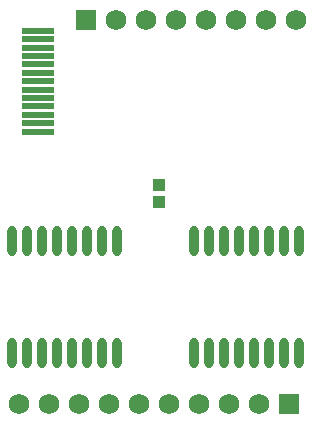
<source format=gts>
G04*
G04 #@! TF.GenerationSoftware,Altium Limited,Altium Designer,20.2.6 (244)*
G04*
G04 Layer_Color=8388736*
%FSLAX25Y25*%
%MOIN*%
G70*
G04*
G04 #@! TF.SameCoordinates,AC53DD8C-A68E-409E-BB1C-E70DDFC25F91*
G04*
G04*
G04 #@! TF.FilePolarity,Negative*
G04*
G01*
G75*
%ADD16R,0.10800X0.02400*%
%ADD17O,0.03060X0.10251*%
%ADD18R,0.04343X0.03950*%
%ADD19C,0.06800*%
%ADD20R,0.06800X0.06800*%
D16*
X392500Y382300D02*
D03*
Y379500D02*
D03*
Y376700D02*
D03*
Y373900D02*
D03*
Y371100D02*
D03*
Y368300D02*
D03*
Y365500D02*
D03*
Y362700D02*
D03*
Y359900D02*
D03*
Y357100D02*
D03*
Y348700D02*
D03*
Y354300D02*
D03*
Y351500D02*
D03*
D17*
X419000Y312202D02*
D03*
X414000D02*
D03*
X409000D02*
D03*
X404000D02*
D03*
X399000D02*
D03*
X394000D02*
D03*
X389000D02*
D03*
X384000D02*
D03*
X419000Y274798D02*
D03*
X414000D02*
D03*
X409000D02*
D03*
X404000D02*
D03*
X399000D02*
D03*
X394000D02*
D03*
X389000D02*
D03*
X384000D02*
D03*
X479532Y312202D02*
D03*
X474532D02*
D03*
X469532D02*
D03*
X464532D02*
D03*
X459532D02*
D03*
X454532D02*
D03*
X449532D02*
D03*
X444532D02*
D03*
X479532Y274798D02*
D03*
X474532D02*
D03*
X469532D02*
D03*
X464532D02*
D03*
X459532D02*
D03*
X454532D02*
D03*
X449532D02*
D03*
X444532D02*
D03*
D18*
X433000Y325244D02*
D03*
Y330755D02*
D03*
D19*
X396408Y258000D02*
D03*
X386407D02*
D03*
X466407D02*
D03*
X456407D02*
D03*
X436407D02*
D03*
X426407D02*
D03*
X406407D02*
D03*
X446407D02*
D03*
D03*
X416407D02*
D03*
X468500Y386000D02*
D03*
X438500D02*
D03*
D03*
X478500D02*
D03*
X458500D02*
D03*
X448500D02*
D03*
X428500D02*
D03*
X418500D02*
D03*
D20*
X476407Y258000D02*
D03*
X408500Y386000D02*
D03*
M02*

</source>
